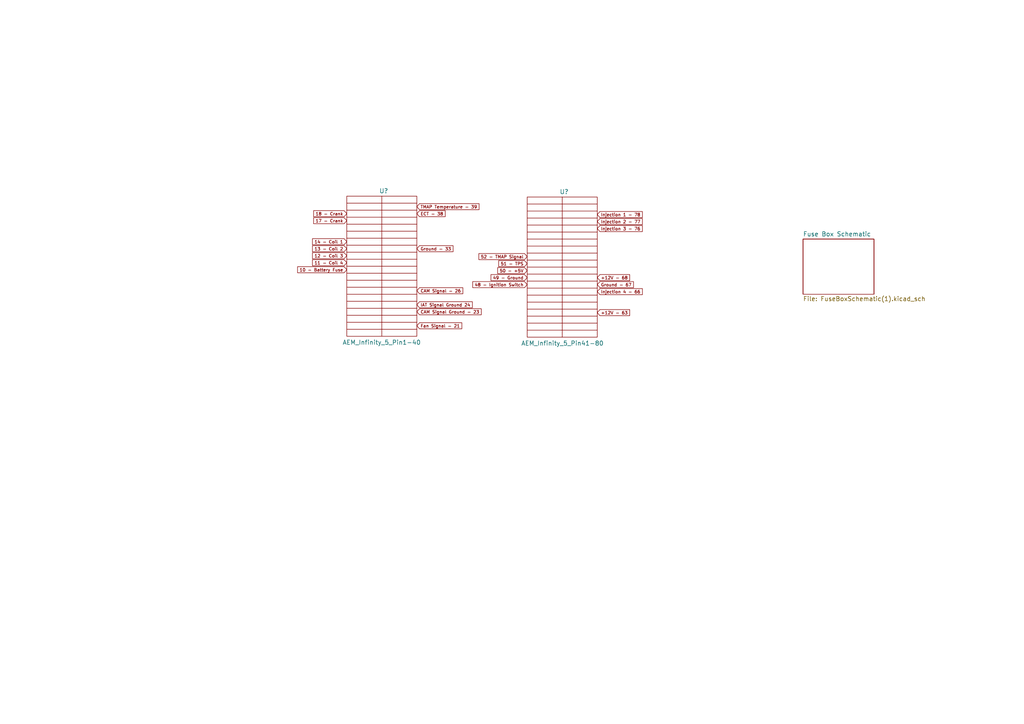
<source format=kicad_sch>
(kicad_sch (version 20211123) (generator eeschema)
  (paper "A4")
  (lib_symbols
    (symbol "SCR23 Library:AEM_Infinity_5_Pin1-40"
      (property "Reference" "U" (at 0 22.098 0))
      (property "Value" "AEM_Infinity_5_Pin1-40" (at 0 -23.114 0))
      (symbol "AEM_Infinity_5_Pin1-40_0_1"
        (rectangle (start -10.16 20.32) (end 10.16 -20.32))
        (polyline (pts (xy 0 20.32) (xy 0 -20.32)))
        (polyline (pts (xy -10.16 -18.288) (xy 10.16 -18.288) (xy 9.906 -18.288)))
        (polyline (pts (xy -10.16 -16.256) (xy 10.16 -16.256) (xy 9.906 -16.256)))
        (polyline (pts (xy -10.16 -14.224) (xy 10.16 -14.224) (xy 9.906 -14.224)))
        (polyline (pts (xy -10.16 -12.192) (xy 10.16 -12.192) (xy 9.906 -12.192)))
        (polyline (pts (xy -10.16 -10.16) (xy 10.16 -10.16) (xy 9.906 -10.16)))
        (polyline (pts (xy -10.16 -8.128) (xy 10.16 -8.128) (xy 9.906 -8.128)))
        (polyline (pts (xy -10.16 -6.096) (xy 10.16 -6.096) (xy 9.906 -6.096)))
        (polyline (pts (xy -10.16 -4.064) (xy 10.16 -4.064) (xy 9.906 -4.064)))
        (polyline (pts (xy -10.16 -2.032) (xy 10.16 -2.032) (xy 9.906 -2.032)))
        (polyline (pts (xy -10.16 0) (xy 10.16 0) (xy 9.906 0)))
        (polyline (pts (xy -10.16 2.032) (xy 10.16 2.032) (xy 9.906 2.032)))
        (polyline (pts (xy -10.16 4.064) (xy 10.16 4.064) (xy 9.906 4.064)))
        (polyline (pts (xy -10.16 6.096) (xy 10.16 6.096) (xy 9.906 6.096)))
        (polyline (pts (xy -10.16 8.128) (xy 10.16 8.128) (xy 9.906 8.128)))
        (polyline (pts (xy -10.16 10.16) (xy 10.16 10.16) (xy 9.906 10.16)))
        (polyline (pts (xy -10.16 12.192) (xy 10.16 12.192) (xy 9.906 12.192)))
        (polyline (pts (xy -10.16 14.224) (xy 10.16 14.224) (xy 9.906 14.224)))
        (polyline (pts (xy -10.16 16.256) (xy 10.16 16.256) (xy 9.906 16.256)))
        (polyline (pts (xy -10.16 18.288) (xy 10.16 18.288) (xy 9.906 18.288)))
      )
    )
    (symbol "SCR23 Library:AEM_Infinity_5_Pin41-80"
      (property "Reference" "U" (at 0 22.098 0))
      (property "Value" "AEM_Infinity_5_Pin41-80" (at 0 -23.114 0))
      (symbol "AEM_Infinity_5_Pin41-80_0_1"
        (rectangle (start -10.16 20.32) (end 10.16 -20.32))
        (polyline (pts (xy 0 20.32) (xy 0 -20.32)))
        (polyline (pts (xy -10.16 -18.288) (xy 10.16 -18.288) (xy 9.906 -18.288)))
        (polyline (pts (xy -10.16 -16.256) (xy 10.16 -16.256) (xy 9.906 -16.256)))
        (polyline (pts (xy -10.16 -14.224) (xy 10.16 -14.224) (xy 9.906 -14.224)))
        (polyline (pts (xy -10.16 -12.192) (xy 10.16 -12.192) (xy 9.906 -12.192)))
        (polyline (pts (xy -10.16 -10.16) (xy 10.16 -10.16) (xy 9.906 -10.16)))
        (polyline (pts (xy -10.16 -8.128) (xy 10.16 -8.128) (xy 9.906 -8.128)))
        (polyline (pts (xy -10.16 -6.096) (xy 10.16 -6.096) (xy 9.906 -6.096)))
        (polyline (pts (xy -10.16 -4.064) (xy 10.16 -4.064) (xy 9.906 -4.064)))
        (polyline (pts (xy -10.16 -2.032) (xy 10.16 -2.032) (xy 9.906 -2.032)))
        (polyline (pts (xy -10.16 0) (xy 10.16 0) (xy 9.906 0)))
        (polyline (pts (xy -10.16 2.032) (xy 10.16 2.032) (xy 9.906 2.032)))
        (polyline (pts (xy -10.16 4.064) (xy 10.16 4.064) (xy 9.906 4.064)))
        (polyline (pts (xy -10.16 6.096) (xy 10.16 6.096) (xy 9.906 6.096)))
        (polyline (pts (xy -10.16 8.128) (xy 10.16 8.128) (xy 9.906 8.128)))
        (polyline (pts (xy -10.16 10.16) (xy 10.16 10.16) (xy 9.906 10.16)))
        (polyline (pts (xy -10.16 12.192) (xy 10.16 12.192) (xy 9.906 12.192)))
        (polyline (pts (xy -10.16 14.224) (xy 10.16 14.224) (xy 9.906 14.224)))
        (polyline (pts (xy -10.16 16.256) (xy 10.16 16.256) (xy 9.906 16.256)))
        (polyline (pts (xy -10.16 18.288) (xy 10.16 18.288) (xy 9.906 18.288)))
      )
    )
  )
  (global_label "ECT - 38" (shape input) (at 120.904 61.976 0) (effects (font (size 0.889 0.889))) (property "Intersheet References" "${INTERSHEET_REFS}" (effects hide)))
  (global_label "13 - Coil 2" (shape input) (at 100.584 72.136 180) (effects (font (size 0.889 0.889))) (property "Intersheet References" "${INTERSHEET_REFS}" (effects hide)))
  (global_label "Injection 2 - 77" (shape input) (at 173.228 64.262 0) (effects (font (size 0.889 0.889))) (property "Intersheet References" "${INTERSHEET_REFS}" (effects hide)))
  (global_label "+12V - 68" (shape input) (at 173.228 80.518 0) (effects (font (size 0.889 0.889))) (property "Intersheet References" "${INTERSHEET_REFS}" (effects hide)))
  (global_label "52 - TMAP Signal" (shape input) (at 152.908 74.422 180) (effects (font (size 0.889 0.889))) (property "Intersheet References" "${INTERSHEET_REFS}" (effects hide)))
  (global_label "51 - TPS" (shape input) (at 152.908 76.454 180) (effects (font (size 0.889 0.889))) (property "Intersheet References" "${INTERSHEET_REFS}" (effects hide)))
  (global_label "Injection 3 - 76" (shape input) (at 173.228 66.294 0) (effects (font (size 0.889 0.889))) (property "Intersheet References" "${INTERSHEET_REFS}" (effects hide)))
  (global_label "CAM Signal Ground - 23" (shape input) (at 120.904 90.424 0) (effects (font (size 0.889 0.889))) (property "Intersheet References" "${INTERSHEET_REFS}" (effects hide)))
  (global_label "49 - Ground" (shape input) (at 152.908 80.518 180) (effects (font (size 0.889 0.889))) (property "Intersheet References" "${INTERSHEET_REFS}" (effects hide)))
  (global_label "Injection 1 - 78" (shape input) (at 173.228 62.23 0) (effects (font (size 0.889 0.889))) (property "Intersheet References" "${INTERSHEET_REFS}" (effects hide)))
  (global_label "50 - +5V" (shape input) (at 152.908 78.486 180) (effects (font (size 0.889 0.889))) (property "Intersheet References" "${INTERSHEET_REFS}" (effects hide)))
  (global_label "10 - Battery Fuse" (shape input) (at 100.584 78.232 180) (effects (font (size 0.889 0.889))) (property "Intersheet References" "${INTERSHEET_REFS}" (effects hide)))
  (global_label "IAT Signal Ground 24" (shape input) (at 120.904 88.392 0) (effects (font (size 0.889 0.889))) (property "Intersheet References" "${INTERSHEET_REFS}" (effects hide)))
  (global_label "Fan Signal - 21" (shape input) (at 120.904 94.488 0) (effects (font (size 0.889 0.889))) (property "Intersheet References" "${INTERSHEET_REFS}" (effects hide)))
  (global_label "17 - Crank" (shape input) (at 100.584 64.008 180) (effects (font (size 0.889 0.889))) (property "Intersheet References" "${INTERSHEET_REFS}" (effects hide)))
  (global_label "CAM Signal - 26" (shape input) (at 120.904 84.328 0) (effects (font (size 0.889 0.889))) (property "Intersheet References" "${INTERSHEET_REFS}" (effects hide)))
  (global_label "48 - Ignition Switch" (shape input) (at 152.908 82.55 180) (effects (font (size 0.889 0.889))) (property "Intersheet References" "${INTERSHEET_REFS}" (effects hide)))
  (global_label "Ground - 67" (shape input) (at 173.228 82.55 0) (effects (font (size 0.889 0.889))) (property "Intersheet References" "${INTERSHEET_REFS}" (effects hide)))
  (global_label "TMAP Temperature - 39" (shape input) (at 120.904 59.944 0) (effects (font (size 0.889 0.889))) (property "Intersheet References" "${INTERSHEET_REFS}" (effects hide)))
  (global_label "+12V - 63" (shape input) (at 173.228 90.678 0) (effects (font (size 0.889 0.889))) (property "Intersheet References" "${INTERSHEET_REFS}" (effects hide)))
  (global_label "18 - Crank" (shape input) (at 100.584 61.976 180) (effects (font (size 0.889 0.889))) (property "Intersheet References" "${INTERSHEET_REFS}" (effects hide)))
  (global_label "11 - Coil 4" (shape input) (at 100.584 76.2 180) (effects (font (size 0.889 0.889))) (property "Intersheet References" "${INTERSHEET_REFS}" (effects hide)))
  (global_label "Ground - 33" (shape input) (at 120.904 72.136 0) (effects (font (size 0.889 0.889))) (property "Intersheet References" "${INTERSHEET_REFS}" (effects hide)))
  (global_label "12 - Coil 3" (shape input) (at 100.584 74.168 180) (effects (font (size 0.889 0.889))) (property "Intersheet References" "${INTERSHEET_REFS}" (effects hide)))
  (global_label "Injection 4 - 66" (shape input) (at 173.228 84.582 0) (effects (font (size 0.889 0.889))) (property "Intersheet References" "${INTERSHEET_REFS}" (effects hide)))
  (global_label "14 - Coil 1" (shape input) (at 100.584 70.104 180) (effects (font (size 0.889 0.889))) (property "Intersheet References" "${INTERSHEET_REFS}" (effects hide)))
  (symbol (lib_id "SCR23 Library:AEM_Infinity_5_Pin41-80") (at 163.068 77.47 0) (unit 1)
    (property "Reference" "U?" (at 162.306 55.626 0) (effects (justify left)))
    (property "Value" "AEM_Infinity_5_Pin41-80" (at 151.13 99.568 0) (effects (justify left)))
  )
  (symbol (lib_id "SCR23 Library:AEM_Infinity_5_Pin1-40") (at 110.744 77.216 0) (unit 1)
    (property "Reference" "U?" (at 109.982 55.372 0) (effects (justify left)))
    (property "Value" "AEM_Infinity_5_Pin1-40" (at 99.314 99.314 0) (effects (justify left)))
  )
  (sheet (at 232.918 69.342) (size 20.574 16.002) (stroke (width 0.1524))
    (property "Sheet name" "Fuse Box Schematic" (at 232.918 68.6304 0) (effects (justify left bottom)))
    (property "Sheet file" "FuseBoxSchematic(1).kicad_sch" (at 232.918 85.9286 0) (effects (justify left top)))
  )
)
</source>
